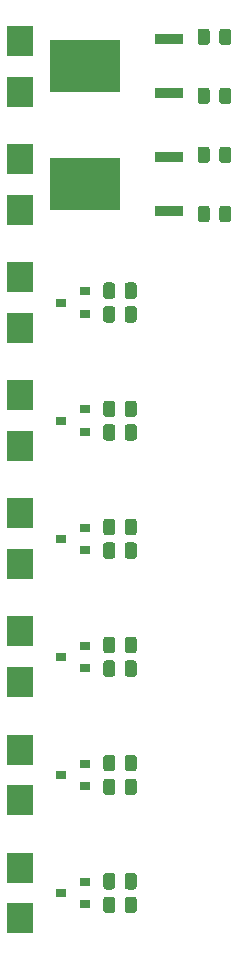
<source format=gbr>
%TF.GenerationSoftware,KiCad,Pcbnew,5.1.9-73d0e3b20d~88~ubuntu20.04.1*%
%TF.CreationDate,2021-09-23T17:55:38+05:30*%
%TF.ProjectId,veloce,76656c6f-6365-42e6-9b69-6361645f7063,rev?*%
%TF.SameCoordinates,Original*%
%TF.FileFunction,Paste,Top*%
%TF.FilePolarity,Positive*%
%FSLAX46Y46*%
G04 Gerber Fmt 4.6, Leading zero omitted, Abs format (unit mm)*
G04 Created by KiCad (PCBNEW 5.1.9-73d0e3b20d~88~ubuntu20.04.1) date 2021-09-23 17:55:38*
%MOMM*%
%LPD*%
G01*
G04 APERTURE LIST*
%ADD10R,5.918200X4.368800*%
%ADD11R,2.489200X0.939800*%
%ADD12R,0.900000X0.800000*%
%ADD13R,2.300000X2.500000*%
G04 APERTURE END LIST*
D10*
%TO.C,Q1*%
X161544200Y-68000000D03*
D11*
X168643500Y-65714000D03*
X168643500Y-70286000D03*
%TD*%
D10*
%TO.C,Q2*%
X161544200Y-78000000D03*
D11*
X168643500Y-75714000D03*
X168643500Y-80286000D03*
%TD*%
%TO.C,R16*%
G36*
G01*
X164100000Y-136549998D02*
X164100000Y-137450002D01*
G75*
G02*
X163850002Y-137700000I-249998J0D01*
G01*
X163324998Y-137700000D01*
G75*
G02*
X163075000Y-137450002I0J249998D01*
G01*
X163075000Y-136549998D01*
G75*
G02*
X163324998Y-136300000I249998J0D01*
G01*
X163850002Y-136300000D01*
G75*
G02*
X164100000Y-136549998I0J-249998D01*
G01*
G37*
G36*
G01*
X165925000Y-136549998D02*
X165925000Y-137450002D01*
G75*
G02*
X165675002Y-137700000I-249998J0D01*
G01*
X165149998Y-137700000D01*
G75*
G02*
X164900000Y-137450002I0J249998D01*
G01*
X164900000Y-136549998D01*
G75*
G02*
X165149998Y-136300000I249998J0D01*
G01*
X165675002Y-136300000D01*
G75*
G02*
X165925000Y-136549998I0J-249998D01*
G01*
G37*
%TD*%
%TO.C,R15*%
G36*
G01*
X164100000Y-126549998D02*
X164100000Y-127450002D01*
G75*
G02*
X163850002Y-127700000I-249998J0D01*
G01*
X163324998Y-127700000D01*
G75*
G02*
X163075000Y-127450002I0J249998D01*
G01*
X163075000Y-126549998D01*
G75*
G02*
X163324998Y-126300000I249998J0D01*
G01*
X163850002Y-126300000D01*
G75*
G02*
X164100000Y-126549998I0J-249998D01*
G01*
G37*
G36*
G01*
X165925000Y-126549998D02*
X165925000Y-127450002D01*
G75*
G02*
X165675002Y-127700000I-249998J0D01*
G01*
X165149998Y-127700000D01*
G75*
G02*
X164900000Y-127450002I0J249998D01*
G01*
X164900000Y-126549998D01*
G75*
G02*
X165149998Y-126300000I249998J0D01*
G01*
X165675002Y-126300000D01*
G75*
G02*
X165925000Y-126549998I0J-249998D01*
G01*
G37*
%TD*%
%TO.C,R14*%
G36*
G01*
X164900000Y-139450002D02*
X164900000Y-138549998D01*
G75*
G02*
X165149998Y-138300000I249998J0D01*
G01*
X165675002Y-138300000D01*
G75*
G02*
X165925000Y-138549998I0J-249998D01*
G01*
X165925000Y-139450002D01*
G75*
G02*
X165675002Y-139700000I-249998J0D01*
G01*
X165149998Y-139700000D01*
G75*
G02*
X164900000Y-139450002I0J249998D01*
G01*
G37*
G36*
G01*
X163075000Y-139450002D02*
X163075000Y-138549998D01*
G75*
G02*
X163324998Y-138300000I249998J0D01*
G01*
X163850002Y-138300000D01*
G75*
G02*
X164100000Y-138549998I0J-249998D01*
G01*
X164100000Y-139450002D01*
G75*
G02*
X163850002Y-139700000I-249998J0D01*
G01*
X163324998Y-139700000D01*
G75*
G02*
X163075000Y-139450002I0J249998D01*
G01*
G37*
%TD*%
%TO.C,R13*%
G36*
G01*
X164900000Y-129450002D02*
X164900000Y-128549998D01*
G75*
G02*
X165149998Y-128300000I249998J0D01*
G01*
X165675002Y-128300000D01*
G75*
G02*
X165925000Y-128549998I0J-249998D01*
G01*
X165925000Y-129450002D01*
G75*
G02*
X165675002Y-129700000I-249998J0D01*
G01*
X165149998Y-129700000D01*
G75*
G02*
X164900000Y-129450002I0J249998D01*
G01*
G37*
G36*
G01*
X163075000Y-129450002D02*
X163075000Y-128549998D01*
G75*
G02*
X163324998Y-128300000I249998J0D01*
G01*
X163850002Y-128300000D01*
G75*
G02*
X164100000Y-128549998I0J-249998D01*
G01*
X164100000Y-129450002D01*
G75*
G02*
X163850002Y-129700000I-249998J0D01*
G01*
X163324998Y-129700000D01*
G75*
G02*
X163075000Y-129450002I0J249998D01*
G01*
G37*
%TD*%
%TO.C,R12*%
G36*
G01*
X164100000Y-116549998D02*
X164100000Y-117450002D01*
G75*
G02*
X163850002Y-117700000I-249998J0D01*
G01*
X163324998Y-117700000D01*
G75*
G02*
X163075000Y-117450002I0J249998D01*
G01*
X163075000Y-116549998D01*
G75*
G02*
X163324998Y-116300000I249998J0D01*
G01*
X163850002Y-116300000D01*
G75*
G02*
X164100000Y-116549998I0J-249998D01*
G01*
G37*
G36*
G01*
X165925000Y-116549998D02*
X165925000Y-117450002D01*
G75*
G02*
X165675002Y-117700000I-249998J0D01*
G01*
X165149998Y-117700000D01*
G75*
G02*
X164900000Y-117450002I0J249998D01*
G01*
X164900000Y-116549998D01*
G75*
G02*
X165149998Y-116300000I249998J0D01*
G01*
X165675002Y-116300000D01*
G75*
G02*
X165925000Y-116549998I0J-249998D01*
G01*
G37*
%TD*%
%TO.C,R11*%
G36*
G01*
X164100000Y-106549998D02*
X164100000Y-107450002D01*
G75*
G02*
X163850002Y-107700000I-249998J0D01*
G01*
X163324998Y-107700000D01*
G75*
G02*
X163075000Y-107450002I0J249998D01*
G01*
X163075000Y-106549998D01*
G75*
G02*
X163324998Y-106300000I249998J0D01*
G01*
X163850002Y-106300000D01*
G75*
G02*
X164100000Y-106549998I0J-249998D01*
G01*
G37*
G36*
G01*
X165925000Y-106549998D02*
X165925000Y-107450002D01*
G75*
G02*
X165675002Y-107700000I-249998J0D01*
G01*
X165149998Y-107700000D01*
G75*
G02*
X164900000Y-107450002I0J249998D01*
G01*
X164900000Y-106549998D01*
G75*
G02*
X165149998Y-106300000I249998J0D01*
G01*
X165675002Y-106300000D01*
G75*
G02*
X165925000Y-106549998I0J-249998D01*
G01*
G37*
%TD*%
%TO.C,R10*%
G36*
G01*
X164900000Y-119450002D02*
X164900000Y-118549998D01*
G75*
G02*
X165149998Y-118300000I249998J0D01*
G01*
X165675002Y-118300000D01*
G75*
G02*
X165925000Y-118549998I0J-249998D01*
G01*
X165925000Y-119450002D01*
G75*
G02*
X165675002Y-119700000I-249998J0D01*
G01*
X165149998Y-119700000D01*
G75*
G02*
X164900000Y-119450002I0J249998D01*
G01*
G37*
G36*
G01*
X163075000Y-119450002D02*
X163075000Y-118549998D01*
G75*
G02*
X163324998Y-118300000I249998J0D01*
G01*
X163850002Y-118300000D01*
G75*
G02*
X164100000Y-118549998I0J-249998D01*
G01*
X164100000Y-119450002D01*
G75*
G02*
X163850002Y-119700000I-249998J0D01*
G01*
X163324998Y-119700000D01*
G75*
G02*
X163075000Y-119450002I0J249998D01*
G01*
G37*
%TD*%
%TO.C,R9*%
G36*
G01*
X164900000Y-109450002D02*
X164900000Y-108549998D01*
G75*
G02*
X165149998Y-108300000I249998J0D01*
G01*
X165675002Y-108300000D01*
G75*
G02*
X165925000Y-108549998I0J-249998D01*
G01*
X165925000Y-109450002D01*
G75*
G02*
X165675002Y-109700000I-249998J0D01*
G01*
X165149998Y-109700000D01*
G75*
G02*
X164900000Y-109450002I0J249998D01*
G01*
G37*
G36*
G01*
X163075000Y-109450002D02*
X163075000Y-108549998D01*
G75*
G02*
X163324998Y-108300000I249998J0D01*
G01*
X163850002Y-108300000D01*
G75*
G02*
X164100000Y-108549998I0J-249998D01*
G01*
X164100000Y-109450002D01*
G75*
G02*
X163850002Y-109700000I-249998J0D01*
G01*
X163324998Y-109700000D01*
G75*
G02*
X163075000Y-109450002I0J249998D01*
G01*
G37*
%TD*%
%TO.C,R8*%
G36*
G01*
X164100000Y-96549998D02*
X164100000Y-97450002D01*
G75*
G02*
X163850002Y-97700000I-249998J0D01*
G01*
X163324998Y-97700000D01*
G75*
G02*
X163075000Y-97450002I0J249998D01*
G01*
X163075000Y-96549998D01*
G75*
G02*
X163324998Y-96300000I249998J0D01*
G01*
X163850002Y-96300000D01*
G75*
G02*
X164100000Y-96549998I0J-249998D01*
G01*
G37*
G36*
G01*
X165925000Y-96549998D02*
X165925000Y-97450002D01*
G75*
G02*
X165675002Y-97700000I-249998J0D01*
G01*
X165149998Y-97700000D01*
G75*
G02*
X164900000Y-97450002I0J249998D01*
G01*
X164900000Y-96549998D01*
G75*
G02*
X165149998Y-96300000I249998J0D01*
G01*
X165675002Y-96300000D01*
G75*
G02*
X165925000Y-96549998I0J-249998D01*
G01*
G37*
%TD*%
%TO.C,R7*%
G36*
G01*
X164100000Y-86549998D02*
X164100000Y-87450002D01*
G75*
G02*
X163850002Y-87700000I-249998J0D01*
G01*
X163324998Y-87700000D01*
G75*
G02*
X163075000Y-87450002I0J249998D01*
G01*
X163075000Y-86549998D01*
G75*
G02*
X163324998Y-86300000I249998J0D01*
G01*
X163850002Y-86300000D01*
G75*
G02*
X164100000Y-86549998I0J-249998D01*
G01*
G37*
G36*
G01*
X165925000Y-86549998D02*
X165925000Y-87450002D01*
G75*
G02*
X165675002Y-87700000I-249998J0D01*
G01*
X165149998Y-87700000D01*
G75*
G02*
X164900000Y-87450002I0J249998D01*
G01*
X164900000Y-86549998D01*
G75*
G02*
X165149998Y-86300000I249998J0D01*
G01*
X165675002Y-86300000D01*
G75*
G02*
X165925000Y-86549998I0J-249998D01*
G01*
G37*
%TD*%
%TO.C,R6*%
G36*
G01*
X164900000Y-99450002D02*
X164900000Y-98549998D01*
G75*
G02*
X165149998Y-98300000I249998J0D01*
G01*
X165675002Y-98300000D01*
G75*
G02*
X165925000Y-98549998I0J-249998D01*
G01*
X165925000Y-99450002D01*
G75*
G02*
X165675002Y-99700000I-249998J0D01*
G01*
X165149998Y-99700000D01*
G75*
G02*
X164900000Y-99450002I0J249998D01*
G01*
G37*
G36*
G01*
X163075000Y-99450002D02*
X163075000Y-98549998D01*
G75*
G02*
X163324998Y-98300000I249998J0D01*
G01*
X163850002Y-98300000D01*
G75*
G02*
X164100000Y-98549998I0J-249998D01*
G01*
X164100000Y-99450002D01*
G75*
G02*
X163850002Y-99700000I-249998J0D01*
G01*
X163324998Y-99700000D01*
G75*
G02*
X163075000Y-99450002I0J249998D01*
G01*
G37*
%TD*%
%TO.C,R5*%
G36*
G01*
X164900000Y-89450002D02*
X164900000Y-88549998D01*
G75*
G02*
X165149998Y-88300000I249998J0D01*
G01*
X165675002Y-88300000D01*
G75*
G02*
X165925000Y-88549998I0J-249998D01*
G01*
X165925000Y-89450002D01*
G75*
G02*
X165675002Y-89700000I-249998J0D01*
G01*
X165149998Y-89700000D01*
G75*
G02*
X164900000Y-89450002I0J249998D01*
G01*
G37*
G36*
G01*
X163075000Y-89450002D02*
X163075000Y-88549998D01*
G75*
G02*
X163324998Y-88300000I249998J0D01*
G01*
X163850002Y-88300000D01*
G75*
G02*
X164100000Y-88549998I0J-249998D01*
G01*
X164100000Y-89450002D01*
G75*
G02*
X163850002Y-89700000I-249998J0D01*
G01*
X163324998Y-89700000D01*
G75*
G02*
X163075000Y-89450002I0J249998D01*
G01*
G37*
%TD*%
%TO.C,R4*%
G36*
G01*
X172100000Y-75049998D02*
X172100000Y-75950002D01*
G75*
G02*
X171850002Y-76200000I-249998J0D01*
G01*
X171324998Y-76200000D01*
G75*
G02*
X171075000Y-75950002I0J249998D01*
G01*
X171075000Y-75049998D01*
G75*
G02*
X171324998Y-74800000I249998J0D01*
G01*
X171850002Y-74800000D01*
G75*
G02*
X172100000Y-75049998I0J-249998D01*
G01*
G37*
G36*
G01*
X173925000Y-75049998D02*
X173925000Y-75950002D01*
G75*
G02*
X173675002Y-76200000I-249998J0D01*
G01*
X173149998Y-76200000D01*
G75*
G02*
X172900000Y-75950002I0J249998D01*
G01*
X172900000Y-75049998D01*
G75*
G02*
X173149998Y-74800000I249998J0D01*
G01*
X173675002Y-74800000D01*
G75*
G02*
X173925000Y-75049998I0J-249998D01*
G01*
G37*
%TD*%
%TO.C,R3*%
G36*
G01*
X172100000Y-65049998D02*
X172100000Y-65950002D01*
G75*
G02*
X171850002Y-66200000I-249998J0D01*
G01*
X171324998Y-66200000D01*
G75*
G02*
X171075000Y-65950002I0J249998D01*
G01*
X171075000Y-65049998D01*
G75*
G02*
X171324998Y-64800000I249998J0D01*
G01*
X171850002Y-64800000D01*
G75*
G02*
X172100000Y-65049998I0J-249998D01*
G01*
G37*
G36*
G01*
X173925000Y-65049998D02*
X173925000Y-65950002D01*
G75*
G02*
X173675002Y-66200000I-249998J0D01*
G01*
X173149998Y-66200000D01*
G75*
G02*
X172900000Y-65950002I0J249998D01*
G01*
X172900000Y-65049998D01*
G75*
G02*
X173149998Y-64800000I249998J0D01*
G01*
X173675002Y-64800000D01*
G75*
G02*
X173925000Y-65049998I0J-249998D01*
G01*
G37*
%TD*%
%TO.C,R2*%
G36*
G01*
X172900000Y-80950002D02*
X172900000Y-80049998D01*
G75*
G02*
X173149998Y-79800000I249998J0D01*
G01*
X173675002Y-79800000D01*
G75*
G02*
X173925000Y-80049998I0J-249998D01*
G01*
X173925000Y-80950002D01*
G75*
G02*
X173675002Y-81200000I-249998J0D01*
G01*
X173149998Y-81200000D01*
G75*
G02*
X172900000Y-80950002I0J249998D01*
G01*
G37*
G36*
G01*
X171075000Y-80950002D02*
X171075000Y-80049998D01*
G75*
G02*
X171324998Y-79800000I249998J0D01*
G01*
X171850002Y-79800000D01*
G75*
G02*
X172100000Y-80049998I0J-249998D01*
G01*
X172100000Y-80950002D01*
G75*
G02*
X171850002Y-81200000I-249998J0D01*
G01*
X171324998Y-81200000D01*
G75*
G02*
X171075000Y-80950002I0J249998D01*
G01*
G37*
%TD*%
%TO.C,R1*%
G36*
G01*
X172900000Y-70950002D02*
X172900000Y-70049998D01*
G75*
G02*
X173149998Y-69800000I249998J0D01*
G01*
X173675002Y-69800000D01*
G75*
G02*
X173925000Y-70049998I0J-249998D01*
G01*
X173925000Y-70950002D01*
G75*
G02*
X173675002Y-71200000I-249998J0D01*
G01*
X173149998Y-71200000D01*
G75*
G02*
X172900000Y-70950002I0J249998D01*
G01*
G37*
G36*
G01*
X171075000Y-70950002D02*
X171075000Y-70049998D01*
G75*
G02*
X171324998Y-69800000I249998J0D01*
G01*
X171850002Y-69800000D01*
G75*
G02*
X172100000Y-70049998I0J-249998D01*
G01*
X172100000Y-70950002D01*
G75*
G02*
X171850002Y-71200000I-249998J0D01*
G01*
X171324998Y-71200000D01*
G75*
G02*
X171075000Y-70950002I0J249998D01*
G01*
G37*
%TD*%
D12*
%TO.C,Q8*%
X159500000Y-138000000D03*
X161500000Y-137050000D03*
X161500000Y-138950000D03*
%TD*%
%TO.C,Q7*%
X159500000Y-128000000D03*
X161500000Y-127050000D03*
X161500000Y-128950000D03*
%TD*%
%TO.C,Q6*%
X159500000Y-118000000D03*
X161500000Y-117050000D03*
X161500000Y-118950000D03*
%TD*%
%TO.C,Q5*%
X159500000Y-108000000D03*
X161500000Y-107050000D03*
X161500000Y-108950000D03*
%TD*%
%TO.C,Q4*%
X159500000Y-98000000D03*
X161500000Y-97050000D03*
X161500000Y-98950000D03*
%TD*%
%TO.C,Q3*%
X159500000Y-88000000D03*
X161500000Y-87050000D03*
X161500000Y-88950000D03*
%TD*%
D13*
%TO.C,D8*%
X156000000Y-140150000D03*
X156000000Y-135850000D03*
%TD*%
%TO.C,D7*%
X156000000Y-130150000D03*
X156000000Y-125850000D03*
%TD*%
%TO.C,D6*%
X156000000Y-120150000D03*
X156000000Y-115850000D03*
%TD*%
%TO.C,D5*%
X156000000Y-110150000D03*
X156000000Y-105850000D03*
%TD*%
%TO.C,D4*%
X156000000Y-100150000D03*
X156000000Y-95850000D03*
%TD*%
%TO.C,D3*%
X156000000Y-90150000D03*
X156000000Y-85850000D03*
%TD*%
%TO.C,D2*%
X156000000Y-80150000D03*
X156000000Y-75850000D03*
%TD*%
%TO.C,D1*%
X156000000Y-70150000D03*
X156000000Y-65850000D03*
%TD*%
M02*

</source>
